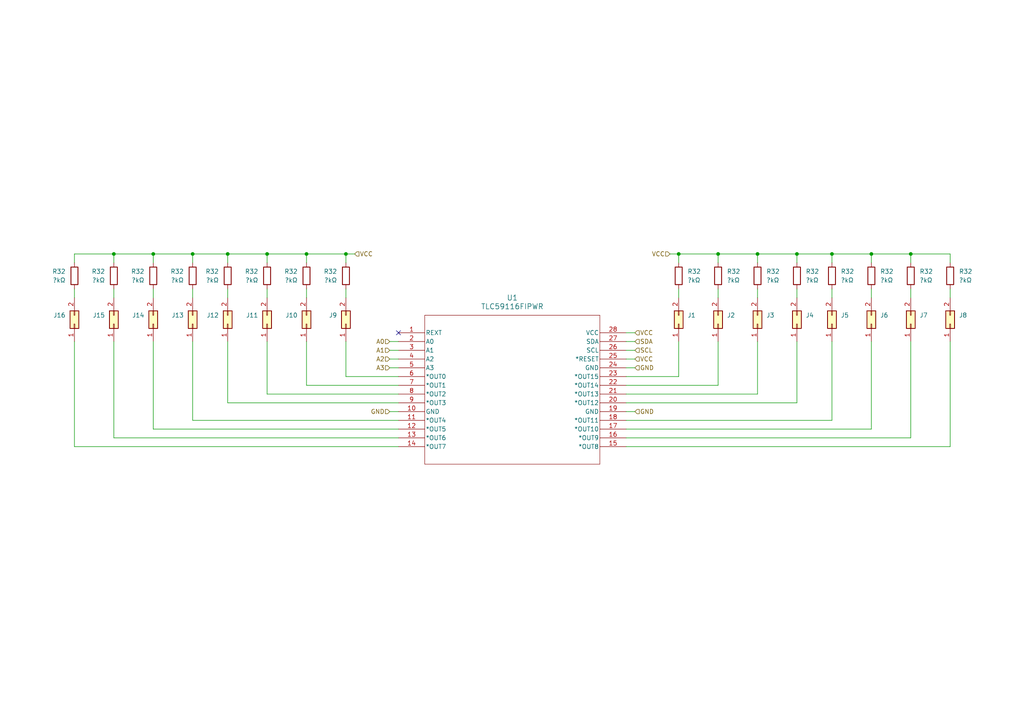
<source format=kicad_sch>
(kicad_sch (version 20230121) (generator eeschema)
  (paper "A4")
  (lib_symbols
    (symbol "Connector_Generic:Conn_02x01" (pin_names (offset 1.016) hide)
      (property "Reference" "J" (at 1.27 2.54 0))
      (property "Value" "Conn_02x01" (at 1.27 -2.54 0))
      (symbol "Conn_02x01_1_1"
        (rectangle (start -1.27 0.127) (end 0 -0.127) (stroke (width 0.1524)))
        (rectangle (start -1.27 1.27) (end 3.81 -1.27) (stroke (width 0.254)) (fill (type background)))
        (rectangle (start 3.81 0.127) (end 2.54 -0.127) (stroke (width 0.1524)))
        (pin passive line (at -5.08 0 0) (length 3.81) (name "Pin_1") (number "1"))
        (pin passive line (at 7.62 0 180) (length 3.81) (name "Pin_2") (number "2"))
      )
    )
    (symbol "Device:R" (pin_numbers hide) (pin_names (offset 0))
      (property "Reference" "R" (at 2.032 0 90))
      (property "Value" "R" (at 0 0 90))
      (symbol "R_0_1"
        (rectangle (start -1.016 -2.54) (end 1.016 2.54) (stroke (width 0.254)))
      )
      (symbol "R_1_1"
        (pin passive line (at 0 3.81 270) (length 1.27) (name "~") (number "1"))
        (pin passive line (at 0 -3.81 90) (length 1.27) (name "~") (number "2"))
      )
    )
    (symbol "TLC59116FIPWR:TLC59116FIPWR" (pin_names (offset 0.254))
      (property "Reference" "U" (at 33.02 10.16 0))
      (property "Value" "TLC59116FIPWR" (at 33.02 7.62 0))
      (symbol "TLC59116FIPWR_0_1"
        (polyline (pts (xy 7.62 -38.1) (xy 58.42 -38.1)) (stroke (width 0.127)))
        (polyline (pts (xy 7.62 5.08) (xy 7.62 -38.1)) (stroke (width 0.127)))
        (polyline (pts (xy 58.42 -38.1) (xy 58.42 5.08)) (stroke (width 0.127)))
        (polyline (pts (xy 58.42 5.08) (xy 7.62 5.08)) (stroke (width 0.127)))
        (pin input line (at 0 0 0) (length 7.62) (name "REXT") (number "1"))
        (pin power_in line (at 0 -22.86 0) (length 7.62) (name "GND") (number "10"))
        (pin output line (at 0 -25.4 0) (length 7.62) (name "*OUT4") (number "11"))
        (pin output line (at 0 -27.94 0) (length 7.62) (name "*OUT5") (number "12"))
        (pin output line (at 0 -30.48 0) (length 7.62) (name "*OUT6") (number "13"))
        (pin output line (at 0 -33.02 0) (length 7.62) (name "*OUT7") (number "14"))
        (pin output line (at 66.04 -33.02 180) (length 7.62) (name "*OUT8") (number "15"))
        (pin output line (at 66.04 -30.48 180) (length 7.62) (name "*OUT9") (number "16"))
        (pin output line (at 66.04 -27.94 180) (length 7.62) (name "*OUT10") (number "17"))
        (pin output line (at 66.04 -25.4 180) (length 7.62) (name "*OUT11") (number "18"))
        (pin power_in line (at 66.04 -22.86 180) (length 7.62) (name "GND") (number "19"))
        (pin input line (at 0 -2.54 0) (length 7.62) (name "A0") (number "2"))
        (pin output line (at 66.04 -20.32 180) (length 7.62) (name "*OUT12") (number "20"))
        (pin output line (at 66.04 -17.78 180) (length 7.62) (name "*OUT13") (number "21"))
        (pin output line (at 66.04 -15.24 180) (length 7.62) (name "*OUT14") (number "22"))
        (pin output line (at 66.04 -12.7 180) (length 7.62) (name "*OUT15") (number "23"))
        (pin power_in line (at 66.04 -10.16 180) (length 7.62) (name "GND") (number "24"))
        (pin input line (at 66.04 -7.62 180) (length 7.62) (name "*RESET") (number "25"))
        (pin input line (at 66.04 -5.08 180) (length 7.62) (name "SCL") (number "26"))
        (pin bidirectional line (at 66.04 -2.54 180) (length 7.62) (name "SDA") (number "27"))
        (pin power_in line (at 66.04 0 180) (length 7.62) (name "VCC") (number "28"))
        (pin input line (at 0 -5.08 0) (length 7.62) (name "A1") (number "3"))
        (pin input line (at 0 -7.62 0) (length 7.62) (name "A2") (number "4"))
        (pin input line (at 0 -10.16 0) (length 7.62) (name "A3") (number "5"))
        (pin output line (at 0 -12.7 0) (length 7.62) (name "*OUT0") (number "6"))
        (pin output line (at 0 -15.24 0) (length 7.62) (name "*OUT1") (number "7"))
        (pin output line (at 0 -17.78 0) (length 7.62) (name "*OUT2") (number "8"))
        (pin output line (at 0 -20.32 0) (length 7.62) (name "*OUT3") (number "9"))
      )
    )
  )
  (junction (at 44.45 73.66))
  (junction (at 88.9 73.66))
  (junction (at 55.88 73.66))
  (junction (at 252.73 73.66))
  (junction (at 241.3 73.66))
  (junction (at 208.28 73.66))
  (junction (at 100.33 73.66))
  (junction (at 219.71 73.66))
  (junction (at 66.04 73.66))
  (junction (at 196.85 73.66))
  (junction (at 231.14 73.66))
  (junction (at 264.16 73.66))
  (junction (at 33.02 73.66))
  (junction (at 77.47 73.66))
  (no_connect (at 115.57 96.52))
  (wire (pts (xy 88.9 111.76) (xy 115.57 111.76)))
  (wire (pts (xy 115.57 114.3) (xy 77.47 114.3)))
  (wire (pts (xy 241.3 73.66) (xy 252.73 73.66)))
  (wire (pts (xy 264.16 83.82) (xy 264.16 86.36)))
  (wire (pts (xy 252.73 73.66) (xy 264.16 73.66)))
  (wire (pts (xy 77.47 114.3) (xy 77.47 99.06)))
  (wire (pts (xy 66.04 116.84) (xy 115.57 116.84)))
  (wire (pts (xy 181.61 104.14) (xy 184.15 104.14)))
  (wire (pts (xy 33.02 73.66) (xy 21.59 73.66)))
  (wire (pts (xy 88.9 73.66) (xy 77.47 73.66)))
  (wire (pts (xy 102.87 73.66) (xy 100.33 73.66)))
  (wire (pts (xy 275.59 129.54) (xy 181.61 129.54)))
  (wire (pts (xy 44.45 73.66) (xy 33.02 73.66)))
  (wire (pts (xy 44.45 99.06) (xy 44.45 124.46)))
  (wire (pts (xy 196.85 73.66) (xy 208.28 73.66)))
  (wire (pts (xy 88.9 83.82) (xy 88.9 86.36)))
  (wire (pts (xy 77.47 73.66) (xy 66.04 73.66)))
  (wire (pts (xy 113.03 119.38) (xy 115.57 119.38)))
  (wire (pts (xy 44.45 124.46) (xy 115.57 124.46)))
  (wire (pts (xy 196.85 73.66) (xy 196.85 76.2)))
  (wire (pts (xy 88.9 99.06) (xy 88.9 111.76)))
  (wire (pts (xy 55.88 73.66) (xy 55.88 76.2)))
  (wire (pts (xy 264.16 73.66) (xy 264.16 76.2)))
  (wire (pts (xy 181.61 106.68) (xy 184.15 106.68)))
  (wire (pts (xy 181.61 114.3) (xy 219.71 114.3)))
  (wire (pts (xy 66.04 73.66) (xy 55.88 73.66)))
  (wire (pts (xy 181.61 121.92) (xy 241.3 121.92)))
  (wire (pts (xy 33.02 127) (xy 33.02 99.06)))
  (wire (pts (xy 252.73 83.82) (xy 252.73 86.36)))
  (wire (pts (xy 115.57 121.92) (xy 55.88 121.92)))
  (wire (pts (xy 231.14 116.84) (xy 181.61 116.84)))
  (wire (pts (xy 88.9 73.66) (xy 88.9 76.2)))
  (wire (pts (xy 231.14 99.06) (xy 231.14 116.84)))
  (wire (pts (xy 264.16 73.66) (xy 275.59 73.66)))
  (wire (pts (xy 33.02 83.82) (xy 33.02 86.36)))
  (wire (pts (xy 181.61 109.22) (xy 196.85 109.22)))
  (wire (pts (xy 113.03 101.6) (xy 115.57 101.6)))
  (wire (pts (xy 208.28 83.82) (xy 208.28 86.36)))
  (wire (pts (xy 100.33 109.22) (xy 100.33 99.06)))
  (wire (pts (xy 21.59 129.54) (xy 115.57 129.54)))
  (wire (pts (xy 241.3 83.82) (xy 241.3 86.36)))
  (wire (pts (xy 181.61 101.6) (xy 184.15 101.6)))
  (wire (pts (xy 231.14 83.82) (xy 231.14 86.36)))
  (wire (pts (xy 275.59 83.82) (xy 275.59 86.36)))
  (wire (pts (xy 181.61 99.06) (xy 184.15 99.06)))
  (wire (pts (xy 231.14 73.66) (xy 241.3 73.66)))
  (wire (pts (xy 219.71 114.3) (xy 219.71 99.06)))
  (wire (pts (xy 231.14 73.66) (xy 231.14 76.2)))
  (wire (pts (xy 196.85 109.22) (xy 196.85 99.06)))
  (wire (pts (xy 252.73 73.66) (xy 252.73 76.2)))
  (wire (pts (xy 77.47 83.82) (xy 77.47 86.36)))
  (wire (pts (xy 194.31 73.66) (xy 196.85 73.66)))
  (wire (pts (xy 77.47 73.66) (xy 77.47 76.2)))
  (wire (pts (xy 252.73 99.06) (xy 252.73 124.46)))
  (wire (pts (xy 66.04 83.82) (xy 66.04 86.36)))
  (wire (pts (xy 219.71 83.82) (xy 219.71 86.36)))
  (wire (pts (xy 113.03 104.14) (xy 115.57 104.14)))
  (wire (pts (xy 66.04 73.66) (xy 66.04 76.2)))
  (wire (pts (xy 55.88 73.66) (xy 44.45 73.66)))
  (wire (pts (xy 113.03 99.06) (xy 115.57 99.06)))
  (wire (pts (xy 21.59 83.82) (xy 21.59 86.36)))
  (wire (pts (xy 181.61 96.52) (xy 184.15 96.52)))
  (wire (pts (xy 21.59 73.66) (xy 21.59 76.2)))
  (wire (pts (xy 219.71 73.66) (xy 231.14 73.66)))
  (wire (pts (xy 100.33 73.66) (xy 100.33 76.2)))
  (wire (pts (xy 44.45 83.82) (xy 44.45 86.36)))
  (wire (pts (xy 55.88 121.92) (xy 55.88 99.06)))
  (wire (pts (xy 115.57 109.22) (xy 100.33 109.22)))
  (wire (pts (xy 208.28 111.76) (xy 181.61 111.76)))
  (wire (pts (xy 66.04 99.06) (xy 66.04 116.84)))
  (wire (pts (xy 113.03 106.68) (xy 115.57 106.68)))
  (wire (pts (xy 275.59 73.66) (xy 275.59 76.2)))
  (wire (pts (xy 44.45 73.66) (xy 44.45 76.2)))
  (wire (pts (xy 181.61 127) (xy 264.16 127)))
  (wire (pts (xy 33.02 73.66) (xy 33.02 76.2)))
  (wire (pts (xy 100.33 73.66) (xy 88.9 73.66)))
  (wire (pts (xy 241.3 73.66) (xy 241.3 76.2)))
  (wire (pts (xy 100.33 83.82) (xy 100.33 86.36)))
  (wire (pts (xy 55.88 83.82) (xy 55.88 86.36)))
  (wire (pts (xy 181.61 119.38) (xy 184.15 119.38)))
  (wire (pts (xy 252.73 124.46) (xy 181.61 124.46)))
  (wire (pts (xy 21.59 99.06) (xy 21.59 129.54)))
  (wire (pts (xy 241.3 121.92) (xy 241.3 99.06)))
  (wire (pts (xy 275.59 99.06) (xy 275.59 129.54)))
  (wire (pts (xy 208.28 99.06) (xy 208.28 111.76)))
  (wire (pts (xy 208.28 73.66) (xy 219.71 73.66)))
  (wire (pts (xy 208.28 73.66) (xy 208.28 76.2)))
  (wire (pts (xy 196.85 83.82) (xy 196.85 86.36)))
  (wire (pts (xy 264.16 127) (xy 264.16 99.06)))
  (wire (pts (xy 219.71 73.66) (xy 219.71 76.2)))
  (wire (pts (xy 115.57 127) (xy 33.02 127)))
  (hierarchical_label "A2" (shape input) (at 113.03 104.14 180))
  (hierarchical_label "GND" (shape input) (at 184.15 119.38 0))
  (hierarchical_label "A0" (shape input) (at 113.03 99.06 180))
  (hierarchical_label "SDA" (shape input) (at 184.15 99.06 0))
  (hierarchical_label "GND" (shape input) (at 184.15 106.68 0))
  (hierarchical_label "VCC" (shape input) (at 184.15 104.14 0))
  (hierarchical_label "GND" (shape input) (at 113.03 119.38 180))
  (hierarchical_label "A3" (shape input) (at 113.03 106.68 180))
  (hierarchical_label "SCL" (shape input) (at 184.15 101.6 0))
  (hierarchical_label "VCC" (shape input) (at 194.31 73.66 180))
  (hierarchical_label "VCC" (shape input) (at 102.87 73.66 0))
  (hierarchical_label "A1" (shape input) (at 113.03 101.6 180))
  (hierarchical_label "VCC" (shape input) (at 184.15 96.52 0))
  (symbol (lib_id "Device:R") (at 55.88 80.01 0) (mirror y) (unit 1)
    (property "Reference" "R32" (at 53.34 78.74 0) (effects (justify left)))
    (property "Value" "?kΩ" (at 53.34 81.28 0) (effects (justify left)))
    (property "Footprint" "Resistor_SMD:R_1206_3216Metric_Pad1.30x1.75mm_HandSolder" (effects hide))
    (instances (project "Cloud-Star-Lights-PCB" (path "" (reference "R32") (unit 1)) (path "" (reference "R13") (unit 1)) (path "" (reference "R20") (unit 1)) (path "" (reference "R22") (unit 1))))
  )
  (symbol (lib_id "Device:R") (at 77.47 80.01 0) (mirror y) (unit 1)
    (property "Reference" "R32" (at 74.93 78.74 0) (effects (justify left)))
    (property "Value" "?kΩ" (at 74.93 81.28 0) (effects (justify left)))
    (property "Footprint" "Resistor_SMD:R_1206_3216Metric_Pad1.30x1.75mm_HandSolder" (effects hide))
    (instances (project "Cloud-Star-Lights-PCB" (path "" (reference "R32") (unit 1)) (path "" (reference "R11") (unit 1)) (path "" (reference "R22") (unit 1)) (path "" (reference "R24") (unit 1))))
  )
  (symbol (lib_id "Connector_Generic:Conn_02x01") (at 66.04 93.98 270) (mirror x) (unit 1)
    (property "Reference" "J12" (at 63.5 91.44 90) (effects (justify right)))
    (property "Value" "Conn_02x01" (effects hide))
    (instances (project "Cloud-Star-Lights-PCB" (path "" (reference "J12") (unit 1)) (path "" (reference "J21") (unit 1)) (path "" (reference "J21") (unit 1))))
  )
  (symbol (lib_id "Connector_Generic:Conn_02x01") (at 275.59 93.98 90) (unit 1)
    (property "Reference" "J8" (at 278.13 91.44 90) (effects (justify right)))
    (property "Value" "Conn_02x01" (effects hide))
    (instances (project "Cloud-Star-Lights-PCB" (path "" (reference "J8") (unit 1)) (path "" (reference "J32") (unit 1)) (path "" (reference "J32") (unit 1))))
  )
  (symbol (lib_id "Connector_Generic:Conn_02x01") (at 196.85 93.98 90) (unit 1)
    (property "Reference" "J1" (at 199.39 91.44 90) (effects (justify right)))
    (property "Value" "Conn_02x01" (effects hide))
    (instances (project "Cloud-Star-Lights-PCB" (path "" (reference "J1") (unit 1)) (path "" (reference "J25") (unit 1)) (path "" (reference "J25") (unit 1))))
  )
  (symbol (lib_id "Device:R") (at 252.73 80.01 0) (unit 1)
    (property "Reference" "R32" (at 255.27 78.74 0) (effects (justify left)))
    (property "Value" "?kΩ" (at 255.27 81.28 0) (effects (justify left)))
    (property "Footprint" "Resistor_SMD:R_1206_3216Metric_Pad1.30x1.75mm_HandSolder" (effects hide))
    (instances (project "Cloud-Star-Lights-PCB" (path "" (reference "R32") (unit 1)) (path "" (reference "R6") (unit 1)) (path "" (reference "R30") (unit 1)) (path "" (reference "R34") (unit 1))))
  )
  (symbol (lib_id "Device:R") (at 66.04 80.01 0) (mirror y) (unit 1)
    (property "Reference" "R32" (at 63.5 78.74 0) (effects (justify left)))
    (property "Value" "?kΩ" (at 63.5 81.28 0) (effects (justify left)))
    (property "Footprint" "Resistor_SMD:R_1206_3216Metric_Pad1.30x1.75mm_HandSolder" (effects hide))
    (instances (project "Cloud-Star-Lights-PCB" (path "" (reference "R32") (unit 1)) (path "" (reference "R12") (unit 1)) (path "" (reference "R21") (unit 1)) (path "" (reference "R23") (unit 1))))
  )
  (symbol (lib_id "Connector_Generic:Conn_02x01") (at 231.14 93.98 90) (unit 1)
    (property "Reference" "J4" (at 233.68 91.44 90) (effects (justify right)))
    (property "Value" "Conn_02x01" (effects hide))
    (instances (project "Cloud-Star-Lights-PCB" (path "" (reference "J4") (unit 1)) (path "" (reference "J28") (unit 1)) (path "" (reference "J28") (unit 1))))
  )
  (symbol (lib_id "Device:R") (at 44.45 80.01 0) (mirror y) (unit 1)
    (property "Reference" "R32" (at 41.91 78.74 0) (effects (justify left)))
    (property "Value" "?kΩ" (at 41.91 81.28 0) (effects (justify left)))
    (property "Footprint" "Resistor_SMD:R_1206_3216Metric_Pad1.30x1.75mm_HandSolder" (effects hide))
    (instances (project "Cloud-Star-Lights-PCB" (path "" (reference "R32") (unit 1)) (path "" (reference "R14") (unit 1)) (path "" (reference "R19") (unit 1)) (path "" (reference "R21") (unit 1))))
  )
  (symbol (lib_id "Device:R") (at 88.9 80.01 0) (mirror y) (unit 1)
    (property "Reference" "R32" (at 86.36 78.74 0) (effects (justify left)))
    (property "Value" "?kΩ" (at 86.36 81.28 0) (effects (justify left)))
    (property "Footprint" "Resistor_SMD:R_1206_3216Metric_Pad1.30x1.75mm_HandSolder" (effects hide))
    (instances (project "Cloud-Star-Lights-PCB" (path "" (reference "R32") (unit 1)) (path "" (reference "R10") (unit 1)) (path "" (reference "R23") (unit 1)) (path "" (reference "R25") (unit 1))))
  )
  (symbol (lib_id "Connector_Generic:Conn_02x01") (at 77.47 93.98 270) (mirror x) (unit 1)
    (property "Reference" "J11" (at 74.93 91.44 90) (effects (justify right)))
    (property "Value" "Conn_02x01" (effects hide))
    (instances (project "Cloud-Star-Lights-PCB" (path "" (reference "J11") (unit 1)) (path "" (reference "J22") (unit 1)) (path "" (reference "J22") (unit 1))))
  )
  (symbol (lib_id "Connector_Generic:Conn_02x01") (at 33.02 93.98 270) (mirror x) (unit 1)
    (property "Reference" "J15" (at 30.48 91.44 90) (effects (justify right)))
    (property "Value" "Conn_02x01" (effects hide))
    (instances (project "Cloud-Star-Lights-PCB" (path "" (reference "J15") (unit 1)) (path "" (reference "J18") (unit 1)) (path "" (reference "J18") (unit 1))))
  )
  (symbol (lib_id "Connector_Generic:Conn_02x01") (at 264.16 93.98 90) (unit 1)
    (property "Reference" "J7" (at 266.7 91.44 90) (effects (justify right)))
    (property "Value" "Conn_02x01" (effects hide))
    (instances (project "Cloud-Star-Lights-PCB" (path "" (reference "J7") (unit 1)) (path "" (reference "J31") (unit 1)) (path "" (reference "J31") (unit 1))))
  )
  (symbol (lib_id "Device:R") (at 264.16 80.01 0) (unit 1)
    (property "Reference" "R32" (at 266.7 78.74 0) (effects (justify left)))
    (property "Value" "?kΩ" (at 266.7 81.28 0) (effects (justify left)))
    (property "Footprint" "Resistor_SMD:R_1206_3216Metric_Pad1.30x1.75mm_HandSolder" (effects hide))
    (instances (project "Cloud-Star-Lights-PCB" (path "" (reference "R32") (unit 1)) (path "" (reference "R7") (unit 1)) (path "" (reference "R31") (unit 1)) (path "" (reference "R35") (unit 1))))
  )
  (symbol (lib_id "Device:R") (at 231.14 80.01 0) (unit 1)
    (property "Reference" "R32" (at 233.68 78.74 0) (effects (justify left)))
    (property "Value" "?kΩ" (at 233.68 81.28 0) (effects (justify left)))
    (property "Footprint" "Resistor_SMD:R_1206_3216Metric_Pad1.30x1.75mm_HandSolder" (effects hide))
    (instances (project "Cloud-Star-Lights-PCB" (path "" (reference "R32") (unit 1)) (path "" (reference "R4") (unit 1)) (path "" (reference "R28") (unit 1)) (path "" (reference "R30") (unit 1))))
  )
  (symbol (lib_id "Device:R") (at 196.85 80.01 0) (unit 1)
    (property "Reference" "R32" (at 199.39 78.74 0) (effects (justify left)))
    (property "Value" "?kΩ" (at 199.39 81.28 0) (effects (justify left)))
    (property "Footprint" "Resistor_SMD:R_1206_3216Metric_Pad1.30x1.75mm_HandSolder" (effects hide))
    (instances (project "Cloud-Star-Lights-PCB" (path "" (reference "R32") (unit 1)) (path "" (reference "R2") (unit 1)) (path "" (reference "R25") (unit 1)) (path "" (reference "R27") (unit 1))))
  )
  (symbol (lib_id "Connector_Generic:Conn_02x01") (at 55.88 93.98 270) (mirror x) (unit 1)
    (property "Reference" "J13" (at 53.34 91.44 90) (effects (justify right)))
    (property "Value" "Conn_02x01" (effects hide))
    (instances (project "Cloud-Star-Lights-PCB" (path "" (reference "J13") (unit 1)) (path "" (reference "J20") (unit 1)) (path "" (reference "J20") (unit 1))))
  )
  (symbol (lib_id "Connector_Generic:Conn_02x01") (at 252.73 93.98 90) (unit 1)
    (property "Reference" "J6" (at 255.27 91.44 90) (effects (justify right)))
    (property "Value" "Conn_02x01" (effects hide))
    (instances (project "Cloud-Star-Lights-PCB" (path "" (reference "J6") (unit 1)) (path "" (reference "J30") (unit 1)) (path "" (reference "J30") (unit 1))))
  )
  (symbol (lib_id "Connector_Generic:Conn_02x01") (at 241.3 93.98 90) (unit 1)
    (property "Reference" "J5" (at 243.84 91.44 90) (effects (justify right)))
    (property "Value" "Conn_02x01" (effects hide))
    (instances (project "Cloud-Star-Lights-PCB" (path "" (reference "J5") (unit 1)) (path "" (reference "J29") (unit 1)) (path "" (reference "J29") (unit 1))))
  )
  (symbol (lib_id "Device:R") (at 219.71 80.01 0) (unit 1)
    (property "Reference" "R32" (at 222.25 78.74 0) (effects (justify left)))
    (property "Value" "?kΩ" (at 222.25 81.28 0) (effects (justify left)))
    (property "Footprint" "Resistor_SMD:R_1206_3216Metric_Pad1.30x1.75mm_HandSolder" (effects hide))
    (instances (project "Cloud-Star-Lights-PCB" (path "" (reference "R32") (unit 1)) (path "" (reference "R3") (unit 1)) (path "" (reference "R27") (unit 1)) (path "" (reference "R29") (unit 1))))
  )
  (symbol (lib_id "Connector_Generic:Conn_02x01") (at 100.33 93.98 270) (mirror x) (unit 1)
    (property "Reference" "J9" (at 97.79 91.44 90) (effects (justify right)))
    (property "Value" "Conn_02x01" (effects hide))
    (instances (project "Cloud-Star-Lights-PCB" (path "" (reference "J9") (unit 1)) (path "" (reference "J24") (unit 1)) (path "" (reference "J24") (unit 1))))
  )
  (symbol (lib_id "Device:R") (at 241.3 80.01 0) (unit 1)
    (property "Reference" "R32" (at 243.84 78.74 0) (effects (justify left)))
    (property "Value" "?kΩ" (at 243.84 81.28 0) (effects (justify left)))
    (property "Footprint" "Resistor_SMD:R_1206_3216Metric_Pad1.30x1.75mm_HandSolder" (effects hide))
    (instances (project "Cloud-Star-Lights-PCB" (path "" (reference "R32") (unit 1)) (path "" (reference "R5") (unit 1)) (path "" (reference "R29") (unit 1)) (path "" (reference "R31") (unit 1))))
  )
  (symbol (lib_id "Connector_Generic:Conn_02x01") (at 21.59 93.98 270) (mirror x) (unit 1)
    (property "Reference" "J16" (at 19.05 91.44 90) (effects (justify right)))
    (property "Value" "Conn_02x01" (effects hide))
    (instances (project "Cloud-Star-Lights-PCB" (path "" (reference "J16") (unit 1)) (path "" (reference "J17") (unit 1)) (path "" (reference "J17") (unit 1))))
  )
  (symbol (lib_id "Connector_Generic:Conn_02x01") (at 88.9 93.98 270) (mirror x) (unit 1)
    (property "Reference" "J10" (at 86.36 91.44 90) (effects (justify right)))
    (property "Value" "Conn_02x01" (effects hide))
    (instances (project "Cloud-Star-Lights-PCB" (path "" (reference "J10") (unit 1)) (path "" (reference "J23") (unit 1)) (path "" (reference "J23") (unit 1))))
  )
  (symbol (lib_id "Connector_Generic:Conn_02x01") (at 44.45 93.98 270) (mirror x) (unit 1)
    (property "Reference" "J14" (at 41.91 91.44 90) (effects (justify right)))
    (property "Value" "Conn_02x01" (effects hide))
    (instances (project "Cloud-Star-Lights-PCB" (path "" (reference "J14") (unit 1)) (path "" (reference "J19") (unit 1)) (path "" (reference "J19") (unit 1))))
  )
  (symbol (lib_id "TLC59116FIPWR:TLC59116FIPWR") (at 115.57 96.52 0) (unit 1)
    (property "Reference" "U1" (at 148.59 86.36 0) (effects (font (size 1.524 1.524))))
    (property "Value" "TLC59116FIPWR" (at 148.59 88.9 0) (effects (font (size 1.524 1.524))))
    (property "Footprint" "Library:TLC59116FIPWR" (effects hide))
    (property "Datasheet" "TLC59116FIPWR" (effects hide))
    (instances (project "Cloud-Star-Lights-PCB" (path "" (reference "U1") (unit 1)) (path "" (reference "U1") (unit 1)) (path "" (reference "U3") (unit 1)) (path "" (reference "U3") (unit 1))))
  )
  (symbol (lib_id "Device:R") (at 275.59 80.01 0) (unit 1)
    (property "Reference" "R32" (at 278.13 78.74 0) (effects (justify left)))
    (property "Value" "?kΩ" (at 278.13 81.28 0) (effects (justify left)))
    (property "Footprint" "Resistor_SMD:R_1206_3216Metric_Pad1.30x1.75mm_HandSolder" (effects hide))
    (instances (project "Cloud-Star-Lights-PCB" (path "" (reference "R32") (unit 1)) (path "" (reference "R8") (unit 1)) (path "" (reference "R34") (unit 1)) (path "" (reference "R36") (unit 1))))
  )
  (symbol (lib_id "Device:R") (at 208.28 80.01 0) (unit 1)
    (property "Reference" "R32" (at 210.82 78.74 0) (effects (justify left)))
    (property "Value" "?kΩ" (at 210.82 81.28 0) (effects (justify left)))
    (property "Footprint" "Resistor_SMD:R_1206_3216Metric_Pad1.30x1.75mm_HandSolder" (effects hide))
    (instances (project "Cloud-Star-Lights-PCB" (path "" (reference "R32") (unit 1)) (path "" (reference "R1") (unit 1)) (path "" (reference "R26") (unit 1)) (path "" (reference "R28") (unit 1))))
  )
  (symbol (lib_id "Device:R") (at 33.02 80.01 0) (mirror y) (unit 1)
    (property "Reference" "R32" (at 30.48 78.74 0) (effects (justify left)))
    (property "Value" "?kΩ" (at 30.48 81.28 0) (effects (justify left)))
    (property "Footprint" "Resistor_SMD:R_1206_3216Metric_Pad1.30x1.75mm_HandSolder" (effects hide))
    (instances (project "Cloud-Star-Lights-PCB" (path "" (reference "R32") (unit 1)) (path "" (reference "R15") (unit 1)) (path "" (reference "R18") (unit 1)) (path "" (reference "R20") (unit 1))))
  )
  (symbol (lib_id "Device:R") (at 21.59 80.01 0) (mirror y) (unit 1)
    (property "Reference" "R32" (at 19.05 78.74 0) (effects (justify left)))
    (property "Value" "?kΩ" (at 19.05 81.28 0) (effects (justify left)))
    (property "Footprint" "Resistor_SMD:R_1206_3216Metric_Pad1.30x1.75mm_HandSolder" (effects hide))
    (instances (project "Cloud-Star-Lights-PCB" (path "" (reference "R32") (unit 1)) (path "" (reference "R16") (unit 1)) (path "" (reference "R17") (unit 1)) (path "" (reference "R19") (unit 1))))
  )
  (symbol (lib_id "Device:R") (at 100.33 80.01 0) (mirror y) (unit 1)
    (property "Reference" "R32" (at 97.79 78.74 0) (effects (justify left)))
    (property "Value" "?kΩ" (at 97.79 81.28 0) (effects (justify left)))
    (property "Footprint" "Resistor_SMD:R_1206_3216Metric_Pad1.30x1.75mm_HandSolder" (effects hide))
    (instances (project "Cloud-Star-Lights-PCB" (path "" (reference "R32") (unit 1)) (path "" (reference "R9") (unit 1)) (path "" (reference "R24") (unit 1)) (path "" (reference "R26") (unit 1))))
  )
  (symbol (lib_id "Connector_Generic:Conn_02x01") (at 219.71 93.98 90) (unit 1)
    (property "Reference" "J3" (at 222.25 91.44 90) (effects (justify right)))
    (property "Value" "Conn_02x01" (effects hide))
    (instances (project "Cloud-Star-Lights-PCB" (path "" (reference "J3") (unit 1)) (path "" (reference "J27") (unit 1)) (path "" (reference "J27") (unit 1))))
  )
  (symbol (lib_id "Connector_Generic:Conn_02x01") (at 208.28 93.98 90) (unit 1)
    (property "Reference" "J2" (at 210.82 91.44 90) (effects (justify right)))
    (property "Value" "Conn_02x01" (effects hide))
    (instances (project "Cloud-Star-Lights-PCB" (path "" (reference "J2") (unit 1)) (path "" (reference "J26") (unit 1)) (path "" (reference "J26") (unit 1))))
  )
)
</source>
